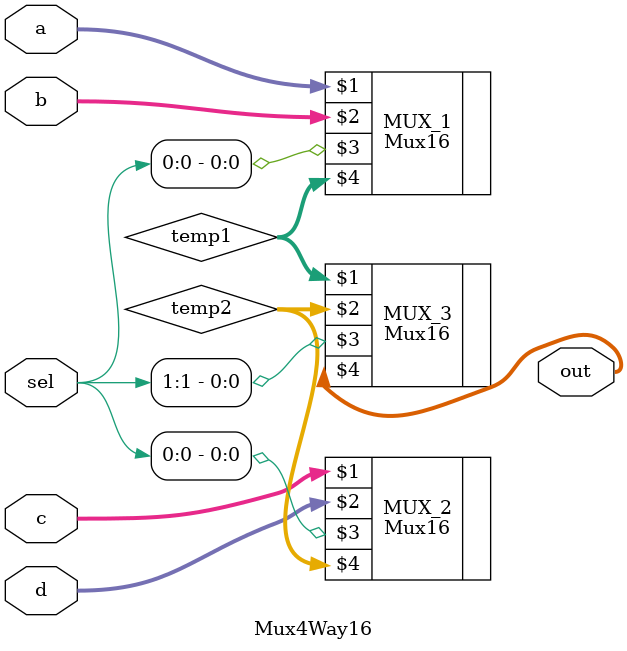
<source format=v>
/**
 * 16-bit multiplexor: 
 * for i = 0..15 out[i] = a[i] if sel == 0 
 *                        b[i] if sel == 1
 */

 
module Mux4Way16(
	input [15:0] a,
	input [15:0] b,
	input [15:0] c,
	input [15:0] d,
   	input [1:0] sel,
	output [15:0] out
);

	wire [15:0] temp1, temp2;	
	Mux16 MUX_1(a, b, sel[0], temp1);
	Mux16 MUX_2(c, d, sel[0], temp2);
	Mux16 MUX_3(temp1, temp2, sel[1], out);

endmodule

</source>
